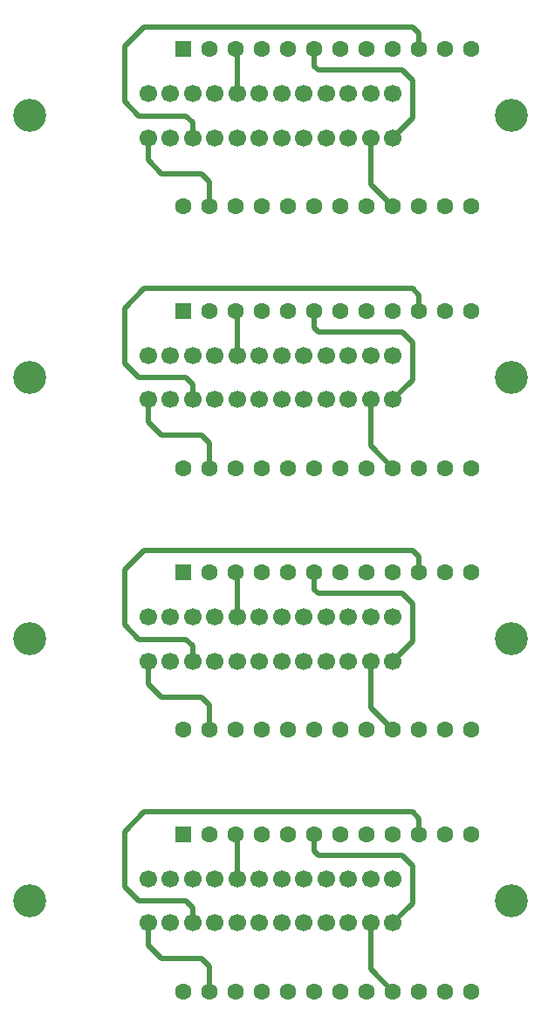
<source format=gbr>
G04 #@! TF.GenerationSoftware,KiCad,Pcbnew,5.1.7-a382d34a8~87~ubuntu20.04.1*
G04 #@! TF.CreationDate,2020-11-15T14:17:37+09:00*
G04 #@! TF.ProjectId,adapter-panel,61646170-7465-4722-9d70-616e656c2e6b,rev?*
G04 #@! TF.SameCoordinates,Original*
G04 #@! TF.FileFunction,Copper,L2,Bot*
G04 #@! TF.FilePolarity,Positive*
%FSLAX46Y46*%
G04 Gerber Fmt 4.6, Leading zero omitted, Abs format (unit mm)*
G04 Created by KiCad (PCBNEW 5.1.7-a382d34a8~87~ubuntu20.04.1) date 2020-11-15 14:17:37*
%MOMM*%
%LPD*%
G01*
G04 APERTURE LIST*
G04 #@! TA.AperFunction,ComponentPad*
%ADD10C,1.700000*%
G04 #@! TD*
G04 #@! TA.AperFunction,ComponentPad*
%ADD11C,3.200000*%
G04 #@! TD*
G04 #@! TA.AperFunction,ComponentPad*
%ADD12R,1.600000X1.600000*%
G04 #@! TD*
G04 #@! TA.AperFunction,ComponentPad*
%ADD13C,1.600000*%
G04 #@! TD*
G04 #@! TA.AperFunction,Conductor*
%ADD14C,0.508000*%
G04 #@! TD*
G04 APERTURE END LIST*
D10*
G04 #@! TO.P,J1,1*
G04 #@! TO.N,Board_4-/DIO1*
X101420000Y-150775033D03*
D11*
G04 #@! TO.P,J1,25*
G04 #@! TO.N,N/C*
X112940000Y-148630033D03*
G04 #@! TO.P,J1,26*
X66140000Y-148630033D03*
D10*
G04 #@! TO.P,J1,2*
G04 #@! TO.N,Board_4-/DIO2*
X99260000Y-150775033D03*
G04 #@! TO.P,J1,3*
G04 #@! TO.N,Board_4-/DIO3*
X97100000Y-150775033D03*
G04 #@! TO.P,J1,4*
G04 #@! TO.N,Board_4-/DIO4*
X94940000Y-150775033D03*
G04 #@! TO.P,J1,5*
G04 #@! TO.N,Board_4-/EOI*
X92780000Y-150775033D03*
G04 #@! TO.P,J1,6*
G04 #@! TO.N,Board_4-/DAV*
X90620000Y-150775033D03*
G04 #@! TO.P,J1,7*
G04 #@! TO.N,Board_4-/NRFD*
X88460000Y-150775033D03*
G04 #@! TO.P,J1,8*
G04 #@! TO.N,Board_4-/NDAC*
X86300000Y-150775033D03*
G04 #@! TO.P,J1,9*
G04 #@! TO.N,Board_4-/IFC*
X84140000Y-150775033D03*
G04 #@! TO.P,J1,10*
G04 #@! TO.N,Board_4-/SRQ*
X81980000Y-150775033D03*
G04 #@! TO.P,J1,11*
G04 #@! TO.N,Board_4-/ATN*
X79820000Y-150775033D03*
G04 #@! TO.P,J1,12*
G04 #@! TO.N,Board_4-GND*
X77660000Y-150775033D03*
G04 #@! TO.P,J1,13*
G04 #@! TO.N,Board_4-/DIO5*
X101420000Y-146485033D03*
G04 #@! TO.P,J1,14*
G04 #@! TO.N,Board_4-/DIO6*
X99260000Y-146485033D03*
G04 #@! TO.P,J1,15*
G04 #@! TO.N,Board_4-/DIO7*
X97100000Y-146485033D03*
G04 #@! TO.P,J1,16*
G04 #@! TO.N,Board_4-/DIO8*
X94940000Y-146485033D03*
G04 #@! TO.P,J1,17*
G04 #@! TO.N,Board_4-/REN*
X92780000Y-146485033D03*
G04 #@! TO.P,J1,18*
G04 #@! TO.N,Board_4-GND*
X90620000Y-146485033D03*
G04 #@! TO.P,J1,19*
X88460000Y-146485033D03*
G04 #@! TO.P,J1,20*
X86300000Y-146485033D03*
G04 #@! TO.P,J1,21*
X84140000Y-146485033D03*
G04 #@! TO.P,J1,22*
X81980000Y-146485033D03*
G04 #@! TO.P,J1,23*
X79820000Y-146485033D03*
G04 #@! TO.P,J1,24*
X77660000Y-146485033D03*
G04 #@! TD*
D12*
G04 #@! TO.P,U1,1*
G04 #@! TO.N,Board_4-Net-(U1-Pad1)*
X81093200Y-142172833D03*
D13*
G04 #@! TO.P,U1,2*
G04 #@! TO.N,Board_4-Net-(U1-Pad2)*
X83633200Y-142172833D03*
G04 #@! TO.P,U1,3*
G04 #@! TO.N,Board_4-GND*
X86173200Y-142172833D03*
G04 #@! TO.P,U1,4*
X88713200Y-142172833D03*
G04 #@! TO.P,U1,5*
G04 #@! TO.N,Board_4-/ATN*
X91253200Y-142172833D03*
G04 #@! TO.P,U1,6*
G04 #@! TO.N,Board_4-/DIO1*
X93793200Y-142172833D03*
G04 #@! TO.P,U1,7*
G04 #@! TO.N,Board_4-/IFC*
X96333200Y-142172833D03*
G04 #@! TO.P,U1,8*
G04 #@! TO.N,Board_4-/REN*
X98873200Y-142172833D03*
G04 #@! TO.P,U1,9*
G04 #@! TO.N,Board_4-/DIO8*
X101413200Y-142172833D03*
G04 #@! TO.P,U1,10*
G04 #@! TO.N,Board_4-/SRQ*
X103953200Y-142172833D03*
G04 #@! TO.P,U1,11*
G04 #@! TO.N,Board_4-/DIO5*
X106493200Y-142172833D03*
G04 #@! TO.P,U1,12*
G04 #@! TO.N,Board_4-/DIO6*
X109033200Y-142172833D03*
G04 #@! TO.P,U1,13*
G04 #@! TO.N,Board_4-/DIO7*
X109033200Y-157412833D03*
G04 #@! TO.P,U1,14*
G04 #@! TO.N,Board_4-/DIO3*
X106493200Y-157412833D03*
G04 #@! TO.P,U1,15*
G04 #@! TO.N,Board_4-/DIO4*
X103953200Y-157412833D03*
G04 #@! TO.P,U1,16*
G04 #@! TO.N,Board_4-/DIO2*
X101413200Y-157412833D03*
G04 #@! TO.P,U1,17*
G04 #@! TO.N,Board_4-/EOI*
X98873200Y-157412833D03*
G04 #@! TO.P,U1,18*
G04 #@! TO.N,Board_4-/DAV*
X96333200Y-157412833D03*
G04 #@! TO.P,U1,19*
G04 #@! TO.N,Board_4-/NRFD*
X93793200Y-157412833D03*
G04 #@! TO.P,U1,20*
G04 #@! TO.N,Board_4-/NDAC*
X91253200Y-157412833D03*
G04 #@! TO.P,U1,21*
G04 #@! TO.N,Board_4-Net-(U1-Pad21)*
X88713200Y-157412833D03*
G04 #@! TO.P,U1,22*
G04 #@! TO.N,Board_4-Net-(U1-Pad22)*
X86173200Y-157412833D03*
G04 #@! TO.P,U1,23*
G04 #@! TO.N,Board_4-GND*
X83633200Y-157412833D03*
G04 #@! TO.P,U1,24*
G04 #@! TO.N,Board_4-Net-(U1-Pad24)*
X81093200Y-157412833D03*
G04 #@! TD*
D10*
G04 #@! TO.P,J1,1*
G04 #@! TO.N,Board_3-/DIO1*
X101420000Y-125415022D03*
D11*
G04 #@! TO.P,J1,25*
G04 #@! TO.N,N/C*
X112940000Y-123270022D03*
G04 #@! TO.P,J1,26*
X66140000Y-123270022D03*
D10*
G04 #@! TO.P,J1,2*
G04 #@! TO.N,Board_3-/DIO2*
X99260000Y-125415022D03*
G04 #@! TO.P,J1,3*
G04 #@! TO.N,Board_3-/DIO3*
X97100000Y-125415022D03*
G04 #@! TO.P,J1,4*
G04 #@! TO.N,Board_3-/DIO4*
X94940000Y-125415022D03*
G04 #@! TO.P,J1,5*
G04 #@! TO.N,Board_3-/EOI*
X92780000Y-125415022D03*
G04 #@! TO.P,J1,6*
G04 #@! TO.N,Board_3-/DAV*
X90620000Y-125415022D03*
G04 #@! TO.P,J1,7*
G04 #@! TO.N,Board_3-/NRFD*
X88460000Y-125415022D03*
G04 #@! TO.P,J1,8*
G04 #@! TO.N,Board_3-/NDAC*
X86300000Y-125415022D03*
G04 #@! TO.P,J1,9*
G04 #@! TO.N,Board_3-/IFC*
X84140000Y-125415022D03*
G04 #@! TO.P,J1,10*
G04 #@! TO.N,Board_3-/SRQ*
X81980000Y-125415022D03*
G04 #@! TO.P,J1,11*
G04 #@! TO.N,Board_3-/ATN*
X79820000Y-125415022D03*
G04 #@! TO.P,J1,12*
G04 #@! TO.N,Board_3-GND*
X77660000Y-125415022D03*
G04 #@! TO.P,J1,13*
G04 #@! TO.N,Board_3-/DIO5*
X101420000Y-121125022D03*
G04 #@! TO.P,J1,14*
G04 #@! TO.N,Board_3-/DIO6*
X99260000Y-121125022D03*
G04 #@! TO.P,J1,15*
G04 #@! TO.N,Board_3-/DIO7*
X97100000Y-121125022D03*
G04 #@! TO.P,J1,16*
G04 #@! TO.N,Board_3-/DIO8*
X94940000Y-121125022D03*
G04 #@! TO.P,J1,17*
G04 #@! TO.N,Board_3-/REN*
X92780000Y-121125022D03*
G04 #@! TO.P,J1,18*
G04 #@! TO.N,Board_3-GND*
X90620000Y-121125022D03*
G04 #@! TO.P,J1,19*
X88460000Y-121125022D03*
G04 #@! TO.P,J1,20*
X86300000Y-121125022D03*
G04 #@! TO.P,J1,21*
X84140000Y-121125022D03*
G04 #@! TO.P,J1,22*
X81980000Y-121125022D03*
G04 #@! TO.P,J1,23*
X79820000Y-121125022D03*
G04 #@! TO.P,J1,24*
X77660000Y-121125022D03*
G04 #@! TD*
D12*
G04 #@! TO.P,U1,1*
G04 #@! TO.N,Board_3-Net-(U1-Pad1)*
X81093200Y-116812822D03*
D13*
G04 #@! TO.P,U1,2*
G04 #@! TO.N,Board_3-Net-(U1-Pad2)*
X83633200Y-116812822D03*
G04 #@! TO.P,U1,3*
G04 #@! TO.N,Board_3-GND*
X86173200Y-116812822D03*
G04 #@! TO.P,U1,4*
X88713200Y-116812822D03*
G04 #@! TO.P,U1,5*
G04 #@! TO.N,Board_3-/ATN*
X91253200Y-116812822D03*
G04 #@! TO.P,U1,6*
G04 #@! TO.N,Board_3-/DIO1*
X93793200Y-116812822D03*
G04 #@! TO.P,U1,7*
G04 #@! TO.N,Board_3-/IFC*
X96333200Y-116812822D03*
G04 #@! TO.P,U1,8*
G04 #@! TO.N,Board_3-/REN*
X98873200Y-116812822D03*
G04 #@! TO.P,U1,9*
G04 #@! TO.N,Board_3-/DIO8*
X101413200Y-116812822D03*
G04 #@! TO.P,U1,10*
G04 #@! TO.N,Board_3-/SRQ*
X103953200Y-116812822D03*
G04 #@! TO.P,U1,11*
G04 #@! TO.N,Board_3-/DIO5*
X106493200Y-116812822D03*
G04 #@! TO.P,U1,12*
G04 #@! TO.N,Board_3-/DIO6*
X109033200Y-116812822D03*
G04 #@! TO.P,U1,13*
G04 #@! TO.N,Board_3-/DIO7*
X109033200Y-132052822D03*
G04 #@! TO.P,U1,14*
G04 #@! TO.N,Board_3-/DIO3*
X106493200Y-132052822D03*
G04 #@! TO.P,U1,15*
G04 #@! TO.N,Board_3-/DIO4*
X103953200Y-132052822D03*
G04 #@! TO.P,U1,16*
G04 #@! TO.N,Board_3-/DIO2*
X101413200Y-132052822D03*
G04 #@! TO.P,U1,17*
G04 #@! TO.N,Board_3-/EOI*
X98873200Y-132052822D03*
G04 #@! TO.P,U1,18*
G04 #@! TO.N,Board_3-/DAV*
X96333200Y-132052822D03*
G04 #@! TO.P,U1,19*
G04 #@! TO.N,Board_3-/NRFD*
X93793200Y-132052822D03*
G04 #@! TO.P,U1,20*
G04 #@! TO.N,Board_3-/NDAC*
X91253200Y-132052822D03*
G04 #@! TO.P,U1,21*
G04 #@! TO.N,Board_3-Net-(U1-Pad21)*
X88713200Y-132052822D03*
G04 #@! TO.P,U1,22*
G04 #@! TO.N,Board_3-Net-(U1-Pad22)*
X86173200Y-132052822D03*
G04 #@! TO.P,U1,23*
G04 #@! TO.N,Board_3-GND*
X83633200Y-132052822D03*
G04 #@! TO.P,U1,24*
G04 #@! TO.N,Board_3-Net-(U1-Pad24)*
X81093200Y-132052822D03*
G04 #@! TD*
D10*
G04 #@! TO.P,J1,1*
G04 #@! TO.N,Board_2-/DIO1*
X101420000Y-100055011D03*
D11*
G04 #@! TO.P,J1,25*
G04 #@! TO.N,N/C*
X112940000Y-97910011D03*
G04 #@! TO.P,J1,26*
X66140000Y-97910011D03*
D10*
G04 #@! TO.P,J1,2*
G04 #@! TO.N,Board_2-/DIO2*
X99260000Y-100055011D03*
G04 #@! TO.P,J1,3*
G04 #@! TO.N,Board_2-/DIO3*
X97100000Y-100055011D03*
G04 #@! TO.P,J1,4*
G04 #@! TO.N,Board_2-/DIO4*
X94940000Y-100055011D03*
G04 #@! TO.P,J1,5*
G04 #@! TO.N,Board_2-/EOI*
X92780000Y-100055011D03*
G04 #@! TO.P,J1,6*
G04 #@! TO.N,Board_2-/DAV*
X90620000Y-100055011D03*
G04 #@! TO.P,J1,7*
G04 #@! TO.N,Board_2-/NRFD*
X88460000Y-100055011D03*
G04 #@! TO.P,J1,8*
G04 #@! TO.N,Board_2-/NDAC*
X86300000Y-100055011D03*
G04 #@! TO.P,J1,9*
G04 #@! TO.N,Board_2-/IFC*
X84140000Y-100055011D03*
G04 #@! TO.P,J1,10*
G04 #@! TO.N,Board_2-/SRQ*
X81980000Y-100055011D03*
G04 #@! TO.P,J1,11*
G04 #@! TO.N,Board_2-/ATN*
X79820000Y-100055011D03*
G04 #@! TO.P,J1,12*
G04 #@! TO.N,Board_2-GND*
X77660000Y-100055011D03*
G04 #@! TO.P,J1,13*
G04 #@! TO.N,Board_2-/DIO5*
X101420000Y-95765011D03*
G04 #@! TO.P,J1,14*
G04 #@! TO.N,Board_2-/DIO6*
X99260000Y-95765011D03*
G04 #@! TO.P,J1,15*
G04 #@! TO.N,Board_2-/DIO7*
X97100000Y-95765011D03*
G04 #@! TO.P,J1,16*
G04 #@! TO.N,Board_2-/DIO8*
X94940000Y-95765011D03*
G04 #@! TO.P,J1,17*
G04 #@! TO.N,Board_2-/REN*
X92780000Y-95765011D03*
G04 #@! TO.P,J1,18*
G04 #@! TO.N,Board_2-GND*
X90620000Y-95765011D03*
G04 #@! TO.P,J1,19*
X88460000Y-95765011D03*
G04 #@! TO.P,J1,20*
X86300000Y-95765011D03*
G04 #@! TO.P,J1,21*
X84140000Y-95765011D03*
G04 #@! TO.P,J1,22*
X81980000Y-95765011D03*
G04 #@! TO.P,J1,23*
X79820000Y-95765011D03*
G04 #@! TO.P,J1,24*
X77660000Y-95765011D03*
G04 #@! TD*
D12*
G04 #@! TO.P,U1,1*
G04 #@! TO.N,Board_2-Net-(U1-Pad1)*
X81093200Y-91452811D03*
D13*
G04 #@! TO.P,U1,2*
G04 #@! TO.N,Board_2-Net-(U1-Pad2)*
X83633200Y-91452811D03*
G04 #@! TO.P,U1,3*
G04 #@! TO.N,Board_2-GND*
X86173200Y-91452811D03*
G04 #@! TO.P,U1,4*
X88713200Y-91452811D03*
G04 #@! TO.P,U1,5*
G04 #@! TO.N,Board_2-/ATN*
X91253200Y-91452811D03*
G04 #@! TO.P,U1,6*
G04 #@! TO.N,Board_2-/DIO1*
X93793200Y-91452811D03*
G04 #@! TO.P,U1,7*
G04 #@! TO.N,Board_2-/IFC*
X96333200Y-91452811D03*
G04 #@! TO.P,U1,8*
G04 #@! TO.N,Board_2-/REN*
X98873200Y-91452811D03*
G04 #@! TO.P,U1,9*
G04 #@! TO.N,Board_2-/DIO8*
X101413200Y-91452811D03*
G04 #@! TO.P,U1,10*
G04 #@! TO.N,Board_2-/SRQ*
X103953200Y-91452811D03*
G04 #@! TO.P,U1,11*
G04 #@! TO.N,Board_2-/DIO5*
X106493200Y-91452811D03*
G04 #@! TO.P,U1,12*
G04 #@! TO.N,Board_2-/DIO6*
X109033200Y-91452811D03*
G04 #@! TO.P,U1,13*
G04 #@! TO.N,Board_2-/DIO7*
X109033200Y-106692811D03*
G04 #@! TO.P,U1,14*
G04 #@! TO.N,Board_2-/DIO3*
X106493200Y-106692811D03*
G04 #@! TO.P,U1,15*
G04 #@! TO.N,Board_2-/DIO4*
X103953200Y-106692811D03*
G04 #@! TO.P,U1,16*
G04 #@! TO.N,Board_2-/DIO2*
X101413200Y-106692811D03*
G04 #@! TO.P,U1,17*
G04 #@! TO.N,Board_2-/EOI*
X98873200Y-106692811D03*
G04 #@! TO.P,U1,18*
G04 #@! TO.N,Board_2-/DAV*
X96333200Y-106692811D03*
G04 #@! TO.P,U1,19*
G04 #@! TO.N,Board_2-/NRFD*
X93793200Y-106692811D03*
G04 #@! TO.P,U1,20*
G04 #@! TO.N,Board_2-/NDAC*
X91253200Y-106692811D03*
G04 #@! TO.P,U1,21*
G04 #@! TO.N,Board_2-Net-(U1-Pad21)*
X88713200Y-106692811D03*
G04 #@! TO.P,U1,22*
G04 #@! TO.N,Board_2-Net-(U1-Pad22)*
X86173200Y-106692811D03*
G04 #@! TO.P,U1,23*
G04 #@! TO.N,Board_2-GND*
X83633200Y-106692811D03*
G04 #@! TO.P,U1,24*
G04 #@! TO.N,Board_2-Net-(U1-Pad24)*
X81093200Y-106692811D03*
G04 #@! TD*
D10*
G04 #@! TO.P,J1,1*
G04 #@! TO.N,Board_1-/DIO1*
X101420000Y-74695000D03*
D11*
G04 #@! TO.P,J1,25*
G04 #@! TO.N,N/C*
X112940000Y-72550000D03*
G04 #@! TO.P,J1,26*
X66140000Y-72550000D03*
D10*
G04 #@! TO.P,J1,2*
G04 #@! TO.N,Board_1-/DIO2*
X99260000Y-74695000D03*
G04 #@! TO.P,J1,3*
G04 #@! TO.N,Board_1-/DIO3*
X97100000Y-74695000D03*
G04 #@! TO.P,J1,4*
G04 #@! TO.N,Board_1-/DIO4*
X94940000Y-74695000D03*
G04 #@! TO.P,J1,5*
G04 #@! TO.N,Board_1-/EOI*
X92780000Y-74695000D03*
G04 #@! TO.P,J1,6*
G04 #@! TO.N,Board_1-/DAV*
X90620000Y-74695000D03*
G04 #@! TO.P,J1,7*
G04 #@! TO.N,Board_1-/NRFD*
X88460000Y-74695000D03*
G04 #@! TO.P,J1,8*
G04 #@! TO.N,Board_1-/NDAC*
X86300000Y-74695000D03*
G04 #@! TO.P,J1,9*
G04 #@! TO.N,Board_1-/IFC*
X84140000Y-74695000D03*
G04 #@! TO.P,J1,10*
G04 #@! TO.N,Board_1-/SRQ*
X81980000Y-74695000D03*
G04 #@! TO.P,J1,11*
G04 #@! TO.N,Board_1-/ATN*
X79820000Y-74695000D03*
G04 #@! TO.P,J1,12*
G04 #@! TO.N,Board_1-GND*
X77660000Y-74695000D03*
G04 #@! TO.P,J1,13*
G04 #@! TO.N,Board_1-/DIO5*
X101420000Y-70405000D03*
G04 #@! TO.P,J1,14*
G04 #@! TO.N,Board_1-/DIO6*
X99260000Y-70405000D03*
G04 #@! TO.P,J1,15*
G04 #@! TO.N,Board_1-/DIO7*
X97100000Y-70405000D03*
G04 #@! TO.P,J1,16*
G04 #@! TO.N,Board_1-/DIO8*
X94940000Y-70405000D03*
G04 #@! TO.P,J1,17*
G04 #@! TO.N,Board_1-/REN*
X92780000Y-70405000D03*
G04 #@! TO.P,J1,18*
G04 #@! TO.N,Board_1-GND*
X90620000Y-70405000D03*
G04 #@! TO.P,J1,19*
X88460000Y-70405000D03*
G04 #@! TO.P,J1,20*
X86300000Y-70405000D03*
G04 #@! TO.P,J1,21*
X84140000Y-70405000D03*
G04 #@! TO.P,J1,22*
X81980000Y-70405000D03*
G04 #@! TO.P,J1,23*
X79820000Y-70405000D03*
G04 #@! TO.P,J1,24*
X77660000Y-70405000D03*
G04 #@! TD*
D12*
G04 #@! TO.P,U1,1*
G04 #@! TO.N,Board_1-Net-(U1-Pad1)*
X81093200Y-66092800D03*
D13*
G04 #@! TO.P,U1,2*
G04 #@! TO.N,Board_1-Net-(U1-Pad2)*
X83633200Y-66092800D03*
G04 #@! TO.P,U1,3*
G04 #@! TO.N,Board_1-GND*
X86173200Y-66092800D03*
G04 #@! TO.P,U1,4*
X88713200Y-66092800D03*
G04 #@! TO.P,U1,5*
G04 #@! TO.N,Board_1-/ATN*
X91253200Y-66092800D03*
G04 #@! TO.P,U1,6*
G04 #@! TO.N,Board_1-/DIO1*
X93793200Y-66092800D03*
G04 #@! TO.P,U1,7*
G04 #@! TO.N,Board_1-/IFC*
X96333200Y-66092800D03*
G04 #@! TO.P,U1,8*
G04 #@! TO.N,Board_1-/REN*
X98873200Y-66092800D03*
G04 #@! TO.P,U1,9*
G04 #@! TO.N,Board_1-/DIO8*
X101413200Y-66092800D03*
G04 #@! TO.P,U1,10*
G04 #@! TO.N,Board_1-/SRQ*
X103953200Y-66092800D03*
G04 #@! TO.P,U1,11*
G04 #@! TO.N,Board_1-/DIO5*
X106493200Y-66092800D03*
G04 #@! TO.P,U1,12*
G04 #@! TO.N,Board_1-/DIO6*
X109033200Y-66092800D03*
G04 #@! TO.P,U1,13*
G04 #@! TO.N,Board_1-/DIO7*
X109033200Y-81332800D03*
G04 #@! TO.P,U1,14*
G04 #@! TO.N,Board_1-/DIO3*
X106493200Y-81332800D03*
G04 #@! TO.P,U1,15*
G04 #@! TO.N,Board_1-/DIO4*
X103953200Y-81332800D03*
G04 #@! TO.P,U1,16*
G04 #@! TO.N,Board_1-/DIO2*
X101413200Y-81332800D03*
G04 #@! TO.P,U1,17*
G04 #@! TO.N,Board_1-/EOI*
X98873200Y-81332800D03*
G04 #@! TO.P,U1,18*
G04 #@! TO.N,Board_1-/DAV*
X96333200Y-81332800D03*
G04 #@! TO.P,U1,19*
G04 #@! TO.N,Board_1-/NRFD*
X93793200Y-81332800D03*
G04 #@! TO.P,U1,20*
G04 #@! TO.N,Board_1-/NDAC*
X91253200Y-81332800D03*
G04 #@! TO.P,U1,21*
G04 #@! TO.N,Board_1-Net-(U1-Pad21)*
X88713200Y-81332800D03*
G04 #@! TO.P,U1,22*
G04 #@! TO.N,Board_1-Net-(U1-Pad22)*
X86173200Y-81332800D03*
G04 #@! TO.P,U1,23*
G04 #@! TO.N,Board_1-GND*
X83633200Y-81332800D03*
G04 #@! TO.P,U1,24*
G04 #@! TO.N,Board_1-Net-(U1-Pad24)*
X81093200Y-81332800D03*
G04 #@! TD*
D14*
G04 #@! TO.N,Board_1-/DIO1*
X93793200Y-66092800D02*
X93793200Y-67743800D01*
X93793200Y-67743800D02*
X94174200Y-68124800D01*
X94174200Y-68124800D02*
X102302200Y-68124800D01*
X102302200Y-68124800D02*
X103318200Y-69140800D01*
X103318200Y-72796800D02*
X101420000Y-74695000D01*
X103318200Y-69140800D02*
X103318200Y-72796800D01*
G04 #@! TO.N,Board_1-/DIO2*
X99260000Y-79179600D02*
X101413200Y-81332800D01*
X99260000Y-74695000D02*
X99260000Y-79179600D01*
G04 #@! TO.N,Board_1-/SRQ*
X103953200Y-66092800D02*
X103953200Y-64568800D01*
X103953200Y-64568800D02*
X103318200Y-63933800D01*
X103318200Y-63933800D02*
X77283200Y-63933800D01*
X77283200Y-63933800D02*
X75378200Y-65838800D01*
X75378200Y-65838800D02*
X75378200Y-71172800D01*
X75378200Y-71172800D02*
X76775200Y-72569800D01*
X76775200Y-72569800D02*
X81347200Y-72569800D01*
X81980000Y-73202600D02*
X81980000Y-74695000D01*
X81347200Y-72569800D02*
X81980000Y-73202600D01*
G04 #@! TO.N,Board_1-GND*
X86300000Y-66219600D02*
X86173200Y-66092800D01*
X86300000Y-70405000D02*
X86300000Y-66219600D01*
X77660000Y-74695000D02*
X77660000Y-76883600D01*
X77660000Y-76883600D02*
X78934200Y-78157800D01*
X78934200Y-78157800D02*
X82871200Y-78157800D01*
X83633200Y-78919800D02*
X83633200Y-81332800D01*
X82871200Y-78157800D02*
X83633200Y-78919800D01*
G04 #@! TO.N,Board_2-/DIO1*
X93793200Y-91452811D02*
X93793200Y-93103811D01*
X93793200Y-93103811D02*
X94174200Y-93484811D01*
X94174200Y-93484811D02*
X102302200Y-93484811D01*
X102302200Y-93484811D02*
X103318200Y-94500811D01*
X103318200Y-98156811D02*
X101420000Y-100055011D01*
X103318200Y-94500811D02*
X103318200Y-98156811D01*
G04 #@! TO.N,Board_2-/DIO2*
X99260000Y-104539611D02*
X101413200Y-106692811D01*
X99260000Y-100055011D02*
X99260000Y-104539611D01*
G04 #@! TO.N,Board_2-/SRQ*
X103953200Y-91452811D02*
X103953200Y-89928811D01*
X103953200Y-89928811D02*
X103318200Y-89293811D01*
X103318200Y-89293811D02*
X77283200Y-89293811D01*
X77283200Y-89293811D02*
X75378200Y-91198811D01*
X75378200Y-91198811D02*
X75378200Y-96532811D01*
X75378200Y-96532811D02*
X76775200Y-97929811D01*
X76775200Y-97929811D02*
X81347200Y-97929811D01*
X81980000Y-98562611D02*
X81980000Y-100055011D01*
X81347200Y-97929811D02*
X81980000Y-98562611D01*
G04 #@! TO.N,Board_2-GND*
X86300000Y-91579611D02*
X86173200Y-91452811D01*
X86300000Y-95765011D02*
X86300000Y-91579611D01*
X77660000Y-100055011D02*
X77660000Y-102243611D01*
X77660000Y-102243611D02*
X78934200Y-103517811D01*
X78934200Y-103517811D02*
X82871200Y-103517811D01*
X83633200Y-104279811D02*
X83633200Y-106692811D01*
X82871200Y-103517811D02*
X83633200Y-104279811D01*
G04 #@! TO.N,Board_3-/DIO1*
X93793200Y-116812822D02*
X93793200Y-118463822D01*
X93793200Y-118463822D02*
X94174200Y-118844822D01*
X94174200Y-118844822D02*
X102302200Y-118844822D01*
X102302200Y-118844822D02*
X103318200Y-119860822D01*
X103318200Y-123516822D02*
X101420000Y-125415022D01*
X103318200Y-119860822D02*
X103318200Y-123516822D01*
G04 #@! TO.N,Board_3-/DIO2*
X99260000Y-129899622D02*
X101413200Y-132052822D01*
X99260000Y-125415022D02*
X99260000Y-129899622D01*
G04 #@! TO.N,Board_3-/SRQ*
X103953200Y-116812822D02*
X103953200Y-115288822D01*
X103953200Y-115288822D02*
X103318200Y-114653822D01*
X103318200Y-114653822D02*
X77283200Y-114653822D01*
X77283200Y-114653822D02*
X75378200Y-116558822D01*
X75378200Y-116558822D02*
X75378200Y-121892822D01*
X75378200Y-121892822D02*
X76775200Y-123289822D01*
X76775200Y-123289822D02*
X81347200Y-123289822D01*
X81980000Y-123922622D02*
X81980000Y-125415022D01*
X81347200Y-123289822D02*
X81980000Y-123922622D01*
G04 #@! TO.N,Board_3-GND*
X86300000Y-116939622D02*
X86173200Y-116812822D01*
X86300000Y-121125022D02*
X86300000Y-116939622D01*
X77660000Y-125415022D02*
X77660000Y-127603622D01*
X77660000Y-127603622D02*
X78934200Y-128877822D01*
X78934200Y-128877822D02*
X82871200Y-128877822D01*
X83633200Y-129639822D02*
X83633200Y-132052822D01*
X82871200Y-128877822D02*
X83633200Y-129639822D01*
G04 #@! TO.N,Board_4-/DIO1*
X93793200Y-142172833D02*
X93793200Y-143823833D01*
X93793200Y-143823833D02*
X94174200Y-144204833D01*
X94174200Y-144204833D02*
X102302200Y-144204833D01*
X102302200Y-144204833D02*
X103318200Y-145220833D01*
X103318200Y-148876833D02*
X101420000Y-150775033D01*
X103318200Y-145220833D02*
X103318200Y-148876833D01*
G04 #@! TO.N,Board_4-/DIO2*
X99260000Y-155259633D02*
X101413200Y-157412833D01*
X99260000Y-150775033D02*
X99260000Y-155259633D01*
G04 #@! TO.N,Board_4-/SRQ*
X103953200Y-142172833D02*
X103953200Y-140648833D01*
X103953200Y-140648833D02*
X103318200Y-140013833D01*
X103318200Y-140013833D02*
X77283200Y-140013833D01*
X77283200Y-140013833D02*
X75378200Y-141918833D01*
X75378200Y-141918833D02*
X75378200Y-147252833D01*
X75378200Y-147252833D02*
X76775200Y-148649833D01*
X76775200Y-148649833D02*
X81347200Y-148649833D01*
X81980000Y-149282633D02*
X81980000Y-150775033D01*
X81347200Y-148649833D02*
X81980000Y-149282633D01*
G04 #@! TO.N,Board_4-GND*
X86300000Y-142299633D02*
X86173200Y-142172833D01*
X86300000Y-146485033D02*
X86300000Y-142299633D01*
X77660000Y-150775033D02*
X77660000Y-152963633D01*
X77660000Y-152963633D02*
X78934200Y-154237833D01*
X78934200Y-154237833D02*
X82871200Y-154237833D01*
X83633200Y-154999833D02*
X83633200Y-157412833D01*
X82871200Y-154237833D02*
X83633200Y-154999833D01*
G04 #@! TD*
M02*

</source>
